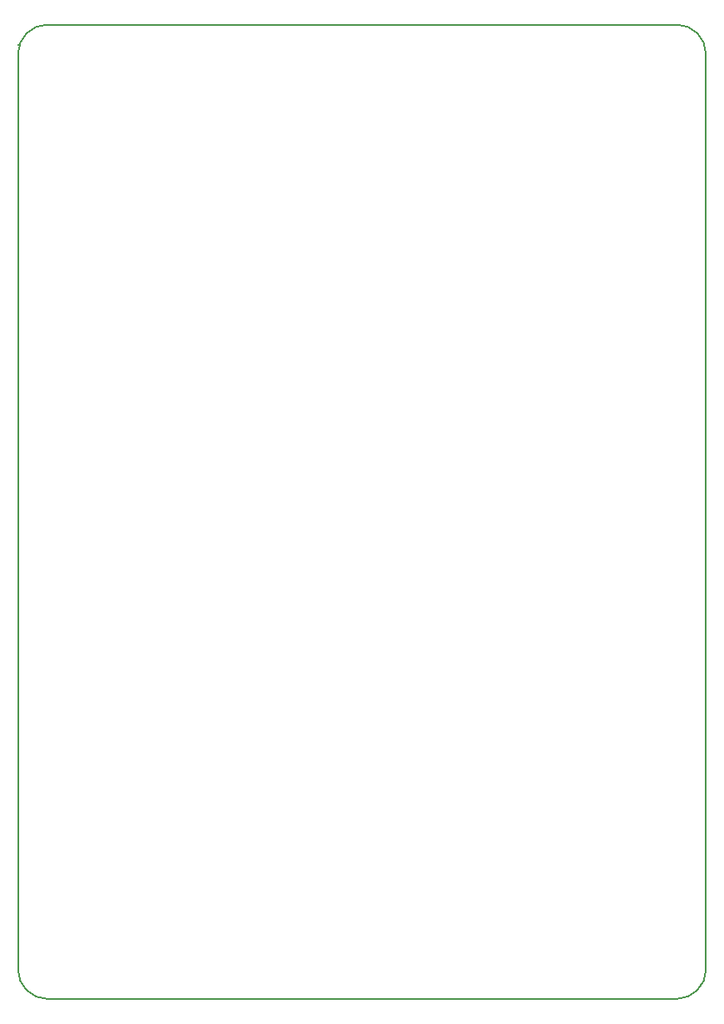
<source format=gbr>
G04 (created by PCBNEW (2012-nov-02)-testing) date Wed 09 Jan 2013 07:50:11 PM PST*
%MOIN*%
G04 Gerber Fmt 3.4, Leading zero omitted, Abs format*
%FSLAX34Y34*%
G01*
G70*
G90*
G04 APERTURE LIST*
%ADD10C,0.006*%
%ADD11C,0.00590551*%
G04 APERTURE END LIST*
G54D10*
G54D11*
X65748Y-59055D02*
G75*
G03X66929Y-57874I0J1181D01*
G74*
G01*
X39370Y-57874D02*
G75*
G03X40551Y-59055I1181J0D01*
G74*
G01*
X40551Y-20078D02*
G75*
G03X39370Y-21259I0J-1181D01*
G74*
G01*
X66929Y-21259D02*
G75*
G03X65748Y-20078I-1181J0D01*
G74*
G01*
X40551Y-20078D02*
X65748Y-20078D01*
X40551Y-59055D02*
X65748Y-59055D01*
X66929Y-57874D02*
X66929Y-21259D01*
X39370Y-20866D02*
X39370Y-20885D01*
X39370Y-57874D02*
X39370Y-21259D01*
M02*

</source>
